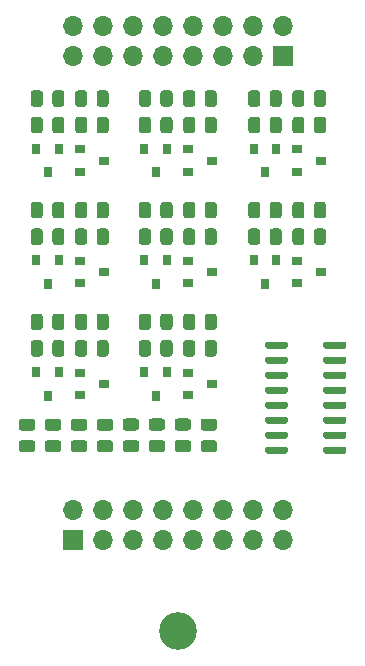
<source format=gts>
%TF.GenerationSoftware,KiCad,Pcbnew,(5.1.9)-1*%
%TF.CreationDate,2021-08-13T19:59:19+01:00*%
%TF.ProjectId,PullUpDown,50756c6c-5570-4446-9f77-6e2e6b696361,rev?*%
%TF.SameCoordinates,Original*%
%TF.FileFunction,Soldermask,Top*%
%TF.FilePolarity,Negative*%
%FSLAX46Y46*%
G04 Gerber Fmt 4.6, Leading zero omitted, Abs format (unit mm)*
G04 Created by KiCad (PCBNEW (5.1.9)-1) date 2021-08-13 19:59:19*
%MOMM*%
%LPD*%
G01*
G04 APERTURE LIST*
%ADD10C,3.200000*%
%ADD11R,1.700000X1.700000*%
%ADD12O,1.700000X1.700000*%
%ADD13R,0.800000X0.900000*%
%ADD14R,0.900000X0.800000*%
G04 APERTURE END LIST*
D10*
%TO.C,REF\u002A\u002A*%
X35000000Y-75500000D03*
%TD*%
D11*
%TO.C,J1*%
X26110000Y-67770000D03*
D12*
X26110000Y-65230000D03*
X28650000Y-67770000D03*
X28650000Y-65230000D03*
X31190000Y-67770000D03*
X31190000Y-65230000D03*
X33730000Y-67770000D03*
X33730000Y-65230000D03*
X36270000Y-67770000D03*
X36270000Y-65230000D03*
X38810000Y-67770000D03*
X38810000Y-65230000D03*
X41350000Y-67770000D03*
X41350000Y-65230000D03*
X43890000Y-67770000D03*
X43890000Y-65230000D03*
%TD*%
%TO.C,R38*%
G36*
G01*
X38106002Y-60349000D02*
X37205998Y-60349000D01*
G75*
G02*
X36956000Y-60099002I0J249998D01*
G01*
X36956000Y-59573998D01*
G75*
G02*
X37205998Y-59324000I249998J0D01*
G01*
X38106002Y-59324000D01*
G75*
G02*
X38356000Y-59573998I0J-249998D01*
G01*
X38356000Y-60099002D01*
G75*
G02*
X38106002Y-60349000I-249998J0D01*
G01*
G37*
G36*
G01*
X38106002Y-58524000D02*
X37205998Y-58524000D01*
G75*
G02*
X36956000Y-58274002I0J249998D01*
G01*
X36956000Y-57748998D01*
G75*
G02*
X37205998Y-57499000I249998J0D01*
G01*
X38106002Y-57499000D01*
G75*
G02*
X38356000Y-57748998I0J-249998D01*
G01*
X38356000Y-58274002D01*
G75*
G02*
X38106002Y-58524000I-249998J0D01*
G01*
G37*
%TD*%
%TO.C,R33*%
G36*
G01*
X35906002Y-60336500D02*
X35005998Y-60336500D01*
G75*
G02*
X34756000Y-60086502I0J249998D01*
G01*
X34756000Y-59561498D01*
G75*
G02*
X35005998Y-59311500I249998J0D01*
G01*
X35906002Y-59311500D01*
G75*
G02*
X36156000Y-59561498I0J-249998D01*
G01*
X36156000Y-60086502D01*
G75*
G02*
X35906002Y-60336500I-249998J0D01*
G01*
G37*
G36*
G01*
X35906002Y-58511500D02*
X35005998Y-58511500D01*
G75*
G02*
X34756000Y-58261502I0J249998D01*
G01*
X34756000Y-57736498D01*
G75*
G02*
X35005998Y-57486500I249998J0D01*
G01*
X35906002Y-57486500D01*
G75*
G02*
X36156000Y-57736498I0J-249998D01*
G01*
X36156000Y-58261502D01*
G75*
G02*
X35906002Y-58511500I-249998J0D01*
G01*
G37*
%TD*%
%TO.C,R28*%
G36*
G01*
X33706002Y-60336500D02*
X32805998Y-60336500D01*
G75*
G02*
X32556000Y-60086502I0J249998D01*
G01*
X32556000Y-59561498D01*
G75*
G02*
X32805998Y-59311500I249998J0D01*
G01*
X33706002Y-59311500D01*
G75*
G02*
X33956000Y-59561498I0J-249998D01*
G01*
X33956000Y-60086502D01*
G75*
G02*
X33706002Y-60336500I-249998J0D01*
G01*
G37*
G36*
G01*
X33706002Y-58511500D02*
X32805998Y-58511500D01*
G75*
G02*
X32556000Y-58261502I0J249998D01*
G01*
X32556000Y-57736498D01*
G75*
G02*
X32805998Y-57486500I249998J0D01*
G01*
X33706002Y-57486500D01*
G75*
G02*
X33956000Y-57736498I0J-249998D01*
G01*
X33956000Y-58261502D01*
G75*
G02*
X33706002Y-58511500I-249998J0D01*
G01*
G37*
%TD*%
%TO.C,R23*%
G36*
G01*
X31506002Y-60336500D02*
X30605998Y-60336500D01*
G75*
G02*
X30356000Y-60086502I0J249998D01*
G01*
X30356000Y-59561498D01*
G75*
G02*
X30605998Y-59311500I249998J0D01*
G01*
X31506002Y-59311500D01*
G75*
G02*
X31756000Y-59561498I0J-249998D01*
G01*
X31756000Y-60086502D01*
G75*
G02*
X31506002Y-60336500I-249998J0D01*
G01*
G37*
G36*
G01*
X31506002Y-58511500D02*
X30605998Y-58511500D01*
G75*
G02*
X30356000Y-58261502I0J249998D01*
G01*
X30356000Y-57736498D01*
G75*
G02*
X30605998Y-57486500I249998J0D01*
G01*
X31506002Y-57486500D01*
G75*
G02*
X31756000Y-57736498I0J-249998D01*
G01*
X31756000Y-58261502D01*
G75*
G02*
X31506002Y-58511500I-249998J0D01*
G01*
G37*
%TD*%
%TO.C,R18*%
G36*
G01*
X29306002Y-60361500D02*
X28405998Y-60361500D01*
G75*
G02*
X28156000Y-60111502I0J249998D01*
G01*
X28156000Y-59586498D01*
G75*
G02*
X28405998Y-59336500I249998J0D01*
G01*
X29306002Y-59336500D01*
G75*
G02*
X29556000Y-59586498I0J-249998D01*
G01*
X29556000Y-60111502D01*
G75*
G02*
X29306002Y-60361500I-249998J0D01*
G01*
G37*
G36*
G01*
X29306002Y-58536500D02*
X28405998Y-58536500D01*
G75*
G02*
X28156000Y-58286502I0J249998D01*
G01*
X28156000Y-57761498D01*
G75*
G02*
X28405998Y-57511500I249998J0D01*
G01*
X29306002Y-57511500D01*
G75*
G02*
X29556000Y-57761498I0J-249998D01*
G01*
X29556000Y-58286502D01*
G75*
G02*
X29306002Y-58536500I-249998J0D01*
G01*
G37*
%TD*%
%TO.C,R13*%
G36*
G01*
X27106002Y-60361500D02*
X26205998Y-60361500D01*
G75*
G02*
X25956000Y-60111502I0J249998D01*
G01*
X25956000Y-59586498D01*
G75*
G02*
X26205998Y-59336500I249998J0D01*
G01*
X27106002Y-59336500D01*
G75*
G02*
X27356000Y-59586498I0J-249998D01*
G01*
X27356000Y-60111502D01*
G75*
G02*
X27106002Y-60361500I-249998J0D01*
G01*
G37*
G36*
G01*
X27106002Y-58536500D02*
X26205998Y-58536500D01*
G75*
G02*
X25956000Y-58286502I0J249998D01*
G01*
X25956000Y-57761498D01*
G75*
G02*
X26205998Y-57511500I249998J0D01*
G01*
X27106002Y-57511500D01*
G75*
G02*
X27356000Y-57761498I0J-249998D01*
G01*
X27356000Y-58286502D01*
G75*
G02*
X27106002Y-58536500I-249998J0D01*
G01*
G37*
%TD*%
%TO.C,R8*%
G36*
G01*
X24906002Y-60361500D02*
X24005998Y-60361500D01*
G75*
G02*
X23756000Y-60111502I0J249998D01*
G01*
X23756000Y-59586498D01*
G75*
G02*
X24005998Y-59336500I249998J0D01*
G01*
X24906002Y-59336500D01*
G75*
G02*
X25156000Y-59586498I0J-249998D01*
G01*
X25156000Y-60111502D01*
G75*
G02*
X24906002Y-60361500I-249998J0D01*
G01*
G37*
G36*
G01*
X24906002Y-58536500D02*
X24005998Y-58536500D01*
G75*
G02*
X23756000Y-58286502I0J249998D01*
G01*
X23756000Y-57761498D01*
G75*
G02*
X24005998Y-57511500I249998J0D01*
G01*
X24906002Y-57511500D01*
G75*
G02*
X25156000Y-57761498I0J-249998D01*
G01*
X25156000Y-58286502D01*
G75*
G02*
X24906002Y-58536500I-249998J0D01*
G01*
G37*
%TD*%
%TO.C,R3*%
G36*
G01*
X22706002Y-60361500D02*
X21805998Y-60361500D01*
G75*
G02*
X21556000Y-60111502I0J249998D01*
G01*
X21556000Y-59586498D01*
G75*
G02*
X21805998Y-59336500I249998J0D01*
G01*
X22706002Y-59336500D01*
G75*
G02*
X22956000Y-59586498I0J-249998D01*
G01*
X22956000Y-60111502D01*
G75*
G02*
X22706002Y-60361500I-249998J0D01*
G01*
G37*
G36*
G01*
X22706002Y-58536500D02*
X21805998Y-58536500D01*
G75*
G02*
X21556000Y-58286502I0J249998D01*
G01*
X21556000Y-57761498D01*
G75*
G02*
X21805998Y-57511500I249998J0D01*
G01*
X22706002Y-57511500D01*
G75*
G02*
X22956000Y-57761498I0J-249998D01*
G01*
X22956000Y-58286502D01*
G75*
G02*
X22706002Y-58536500I-249998J0D01*
G01*
G37*
%TD*%
%TO.C,U1*%
G36*
G01*
X47356000Y-51429000D02*
X47356000Y-51129000D01*
G75*
G02*
X47506000Y-50979000I150000J0D01*
G01*
X49156000Y-50979000D01*
G75*
G02*
X49306000Y-51129000I0J-150000D01*
G01*
X49306000Y-51429000D01*
G75*
G02*
X49156000Y-51579000I-150000J0D01*
G01*
X47506000Y-51579000D01*
G75*
G02*
X47356000Y-51429000I0J150000D01*
G01*
G37*
G36*
G01*
X47356000Y-52699000D02*
X47356000Y-52399000D01*
G75*
G02*
X47506000Y-52249000I150000J0D01*
G01*
X49156000Y-52249000D01*
G75*
G02*
X49306000Y-52399000I0J-150000D01*
G01*
X49306000Y-52699000D01*
G75*
G02*
X49156000Y-52849000I-150000J0D01*
G01*
X47506000Y-52849000D01*
G75*
G02*
X47356000Y-52699000I0J150000D01*
G01*
G37*
G36*
G01*
X47356000Y-53969000D02*
X47356000Y-53669000D01*
G75*
G02*
X47506000Y-53519000I150000J0D01*
G01*
X49156000Y-53519000D01*
G75*
G02*
X49306000Y-53669000I0J-150000D01*
G01*
X49306000Y-53969000D01*
G75*
G02*
X49156000Y-54119000I-150000J0D01*
G01*
X47506000Y-54119000D01*
G75*
G02*
X47356000Y-53969000I0J150000D01*
G01*
G37*
G36*
G01*
X47356000Y-55239000D02*
X47356000Y-54939000D01*
G75*
G02*
X47506000Y-54789000I150000J0D01*
G01*
X49156000Y-54789000D01*
G75*
G02*
X49306000Y-54939000I0J-150000D01*
G01*
X49306000Y-55239000D01*
G75*
G02*
X49156000Y-55389000I-150000J0D01*
G01*
X47506000Y-55389000D01*
G75*
G02*
X47356000Y-55239000I0J150000D01*
G01*
G37*
G36*
G01*
X47356000Y-56509000D02*
X47356000Y-56209000D01*
G75*
G02*
X47506000Y-56059000I150000J0D01*
G01*
X49156000Y-56059000D01*
G75*
G02*
X49306000Y-56209000I0J-150000D01*
G01*
X49306000Y-56509000D01*
G75*
G02*
X49156000Y-56659000I-150000J0D01*
G01*
X47506000Y-56659000D01*
G75*
G02*
X47356000Y-56509000I0J150000D01*
G01*
G37*
G36*
G01*
X47356000Y-57779000D02*
X47356000Y-57479000D01*
G75*
G02*
X47506000Y-57329000I150000J0D01*
G01*
X49156000Y-57329000D01*
G75*
G02*
X49306000Y-57479000I0J-150000D01*
G01*
X49306000Y-57779000D01*
G75*
G02*
X49156000Y-57929000I-150000J0D01*
G01*
X47506000Y-57929000D01*
G75*
G02*
X47356000Y-57779000I0J150000D01*
G01*
G37*
G36*
G01*
X47356000Y-59049000D02*
X47356000Y-58749000D01*
G75*
G02*
X47506000Y-58599000I150000J0D01*
G01*
X49156000Y-58599000D01*
G75*
G02*
X49306000Y-58749000I0J-150000D01*
G01*
X49306000Y-59049000D01*
G75*
G02*
X49156000Y-59199000I-150000J0D01*
G01*
X47506000Y-59199000D01*
G75*
G02*
X47356000Y-59049000I0J150000D01*
G01*
G37*
G36*
G01*
X47356000Y-60319000D02*
X47356000Y-60019000D01*
G75*
G02*
X47506000Y-59869000I150000J0D01*
G01*
X49156000Y-59869000D01*
G75*
G02*
X49306000Y-60019000I0J-150000D01*
G01*
X49306000Y-60319000D01*
G75*
G02*
X49156000Y-60469000I-150000J0D01*
G01*
X47506000Y-60469000D01*
G75*
G02*
X47356000Y-60319000I0J150000D01*
G01*
G37*
G36*
G01*
X42406000Y-60319000D02*
X42406000Y-60019000D01*
G75*
G02*
X42556000Y-59869000I150000J0D01*
G01*
X44206000Y-59869000D01*
G75*
G02*
X44356000Y-60019000I0J-150000D01*
G01*
X44356000Y-60319000D01*
G75*
G02*
X44206000Y-60469000I-150000J0D01*
G01*
X42556000Y-60469000D01*
G75*
G02*
X42406000Y-60319000I0J150000D01*
G01*
G37*
G36*
G01*
X42406000Y-59049000D02*
X42406000Y-58749000D01*
G75*
G02*
X42556000Y-58599000I150000J0D01*
G01*
X44206000Y-58599000D01*
G75*
G02*
X44356000Y-58749000I0J-150000D01*
G01*
X44356000Y-59049000D01*
G75*
G02*
X44206000Y-59199000I-150000J0D01*
G01*
X42556000Y-59199000D01*
G75*
G02*
X42406000Y-59049000I0J150000D01*
G01*
G37*
G36*
G01*
X42406000Y-57779000D02*
X42406000Y-57479000D01*
G75*
G02*
X42556000Y-57329000I150000J0D01*
G01*
X44206000Y-57329000D01*
G75*
G02*
X44356000Y-57479000I0J-150000D01*
G01*
X44356000Y-57779000D01*
G75*
G02*
X44206000Y-57929000I-150000J0D01*
G01*
X42556000Y-57929000D01*
G75*
G02*
X42406000Y-57779000I0J150000D01*
G01*
G37*
G36*
G01*
X42406000Y-56509000D02*
X42406000Y-56209000D01*
G75*
G02*
X42556000Y-56059000I150000J0D01*
G01*
X44206000Y-56059000D01*
G75*
G02*
X44356000Y-56209000I0J-150000D01*
G01*
X44356000Y-56509000D01*
G75*
G02*
X44206000Y-56659000I-150000J0D01*
G01*
X42556000Y-56659000D01*
G75*
G02*
X42406000Y-56509000I0J150000D01*
G01*
G37*
G36*
G01*
X42406000Y-55239000D02*
X42406000Y-54939000D01*
G75*
G02*
X42556000Y-54789000I150000J0D01*
G01*
X44206000Y-54789000D01*
G75*
G02*
X44356000Y-54939000I0J-150000D01*
G01*
X44356000Y-55239000D01*
G75*
G02*
X44206000Y-55389000I-150000J0D01*
G01*
X42556000Y-55389000D01*
G75*
G02*
X42406000Y-55239000I0J150000D01*
G01*
G37*
G36*
G01*
X42406000Y-53969000D02*
X42406000Y-53669000D01*
G75*
G02*
X42556000Y-53519000I150000J0D01*
G01*
X44206000Y-53519000D01*
G75*
G02*
X44356000Y-53669000I0J-150000D01*
G01*
X44356000Y-53969000D01*
G75*
G02*
X44206000Y-54119000I-150000J0D01*
G01*
X42556000Y-54119000D01*
G75*
G02*
X42406000Y-53969000I0J150000D01*
G01*
G37*
G36*
G01*
X42406000Y-52699000D02*
X42406000Y-52399000D01*
G75*
G02*
X42556000Y-52249000I150000J0D01*
G01*
X44206000Y-52249000D01*
G75*
G02*
X44356000Y-52399000I0J-150000D01*
G01*
X44356000Y-52699000D01*
G75*
G02*
X44206000Y-52849000I-150000J0D01*
G01*
X42556000Y-52849000D01*
G75*
G02*
X42406000Y-52699000I0J150000D01*
G01*
G37*
G36*
G01*
X42406000Y-51429000D02*
X42406000Y-51129000D01*
G75*
G02*
X42556000Y-50979000I150000J0D01*
G01*
X44206000Y-50979000D01*
G75*
G02*
X44356000Y-51129000I0J-150000D01*
G01*
X44356000Y-51429000D01*
G75*
G02*
X44206000Y-51579000I-150000J0D01*
G01*
X42556000Y-51579000D01*
G75*
G02*
X42406000Y-51429000I0J150000D01*
G01*
G37*
%TD*%
%TO.C,R40*%
G36*
G01*
X42800000Y-42550002D02*
X42800000Y-41649998D01*
G75*
G02*
X43049998Y-41400000I249998J0D01*
G01*
X43575002Y-41400000D01*
G75*
G02*
X43825000Y-41649998I0J-249998D01*
G01*
X43825000Y-42550002D01*
G75*
G02*
X43575002Y-42800000I-249998J0D01*
G01*
X43049998Y-42800000D01*
G75*
G02*
X42800000Y-42550002I0J249998D01*
G01*
G37*
G36*
G01*
X40975000Y-42550002D02*
X40975000Y-41649998D01*
G75*
G02*
X41224998Y-41400000I249998J0D01*
G01*
X41750002Y-41400000D01*
G75*
G02*
X42000000Y-41649998I0J-249998D01*
G01*
X42000000Y-42550002D01*
G75*
G02*
X41750002Y-42800000I-249998J0D01*
G01*
X41224998Y-42800000D01*
G75*
G02*
X40975000Y-42550002I0J249998D01*
G01*
G37*
%TD*%
%TO.C,R39*%
G36*
G01*
X42800000Y-40300002D02*
X42800000Y-39399998D01*
G75*
G02*
X43049998Y-39150000I249998J0D01*
G01*
X43575002Y-39150000D01*
G75*
G02*
X43825000Y-39399998I0J-249998D01*
G01*
X43825000Y-40300002D01*
G75*
G02*
X43575002Y-40550000I-249998J0D01*
G01*
X43049998Y-40550000D01*
G75*
G02*
X42800000Y-40300002I0J249998D01*
G01*
G37*
G36*
G01*
X40975000Y-40300002D02*
X40975000Y-39399998D01*
G75*
G02*
X41224998Y-39150000I249998J0D01*
G01*
X41750002Y-39150000D01*
G75*
G02*
X42000000Y-39399998I0J-249998D01*
G01*
X42000000Y-40300002D01*
G75*
G02*
X41750002Y-40550000I-249998J0D01*
G01*
X41224998Y-40550000D01*
G75*
G02*
X40975000Y-40300002I0J249998D01*
G01*
G37*
%TD*%
%TO.C,R37*%
G36*
G01*
X46550000Y-42550002D02*
X46550000Y-41649998D01*
G75*
G02*
X46799998Y-41400000I249998J0D01*
G01*
X47325002Y-41400000D01*
G75*
G02*
X47575000Y-41649998I0J-249998D01*
G01*
X47575000Y-42550002D01*
G75*
G02*
X47325002Y-42800000I-249998J0D01*
G01*
X46799998Y-42800000D01*
G75*
G02*
X46550000Y-42550002I0J249998D01*
G01*
G37*
G36*
G01*
X44725000Y-42550002D02*
X44725000Y-41649998D01*
G75*
G02*
X44974998Y-41400000I249998J0D01*
G01*
X45500002Y-41400000D01*
G75*
G02*
X45750000Y-41649998I0J-249998D01*
G01*
X45750000Y-42550002D01*
G75*
G02*
X45500002Y-42800000I-249998J0D01*
G01*
X44974998Y-42800000D01*
G75*
G02*
X44725000Y-42550002I0J249998D01*
G01*
G37*
%TD*%
%TO.C,R36*%
G36*
G01*
X46550000Y-40300002D02*
X46550000Y-39399998D01*
G75*
G02*
X46799998Y-39150000I249998J0D01*
G01*
X47325002Y-39150000D01*
G75*
G02*
X47575000Y-39399998I0J-249998D01*
G01*
X47575000Y-40300002D01*
G75*
G02*
X47325002Y-40550000I-249998J0D01*
G01*
X46799998Y-40550000D01*
G75*
G02*
X46550000Y-40300002I0J249998D01*
G01*
G37*
G36*
G01*
X44725000Y-40300002D02*
X44725000Y-39399998D01*
G75*
G02*
X44974998Y-39150000I249998J0D01*
G01*
X45500002Y-39150000D01*
G75*
G02*
X45750000Y-39399998I0J-249998D01*
G01*
X45750000Y-40300002D01*
G75*
G02*
X45500002Y-40550000I-249998J0D01*
G01*
X44974998Y-40550000D01*
G75*
G02*
X44725000Y-40300002I0J249998D01*
G01*
G37*
%TD*%
%TO.C,R35*%
G36*
G01*
X42800000Y-33100002D02*
X42800000Y-32199998D01*
G75*
G02*
X43049998Y-31950000I249998J0D01*
G01*
X43575002Y-31950000D01*
G75*
G02*
X43825000Y-32199998I0J-249998D01*
G01*
X43825000Y-33100002D01*
G75*
G02*
X43575002Y-33350000I-249998J0D01*
G01*
X43049998Y-33350000D01*
G75*
G02*
X42800000Y-33100002I0J249998D01*
G01*
G37*
G36*
G01*
X40975000Y-33100002D02*
X40975000Y-32199998D01*
G75*
G02*
X41224998Y-31950000I249998J0D01*
G01*
X41750002Y-31950000D01*
G75*
G02*
X42000000Y-32199998I0J-249998D01*
G01*
X42000000Y-33100002D01*
G75*
G02*
X41750002Y-33350000I-249998J0D01*
G01*
X41224998Y-33350000D01*
G75*
G02*
X40975000Y-33100002I0J249998D01*
G01*
G37*
%TD*%
%TO.C,R34*%
G36*
G01*
X42800000Y-30850002D02*
X42800000Y-29949998D01*
G75*
G02*
X43049998Y-29700000I249998J0D01*
G01*
X43575002Y-29700000D01*
G75*
G02*
X43825000Y-29949998I0J-249998D01*
G01*
X43825000Y-30850002D01*
G75*
G02*
X43575002Y-31100000I-249998J0D01*
G01*
X43049998Y-31100000D01*
G75*
G02*
X42800000Y-30850002I0J249998D01*
G01*
G37*
G36*
G01*
X40975000Y-30850002D02*
X40975000Y-29949998D01*
G75*
G02*
X41224998Y-29700000I249998J0D01*
G01*
X41750002Y-29700000D01*
G75*
G02*
X42000000Y-29949998I0J-249998D01*
G01*
X42000000Y-30850002D01*
G75*
G02*
X41750002Y-31100000I-249998J0D01*
G01*
X41224998Y-31100000D01*
G75*
G02*
X40975000Y-30850002I0J249998D01*
G01*
G37*
%TD*%
%TO.C,R32*%
G36*
G01*
X46550000Y-33100002D02*
X46550000Y-32199998D01*
G75*
G02*
X46799998Y-31950000I249998J0D01*
G01*
X47325002Y-31950000D01*
G75*
G02*
X47575000Y-32199998I0J-249998D01*
G01*
X47575000Y-33100002D01*
G75*
G02*
X47325002Y-33350000I-249998J0D01*
G01*
X46799998Y-33350000D01*
G75*
G02*
X46550000Y-33100002I0J249998D01*
G01*
G37*
G36*
G01*
X44725000Y-33100002D02*
X44725000Y-32199998D01*
G75*
G02*
X44974998Y-31950000I249998J0D01*
G01*
X45500002Y-31950000D01*
G75*
G02*
X45750000Y-32199998I0J-249998D01*
G01*
X45750000Y-33100002D01*
G75*
G02*
X45500002Y-33350000I-249998J0D01*
G01*
X44974998Y-33350000D01*
G75*
G02*
X44725000Y-33100002I0J249998D01*
G01*
G37*
%TD*%
%TO.C,R31*%
G36*
G01*
X46550000Y-30850002D02*
X46550000Y-29949998D01*
G75*
G02*
X46799998Y-29700000I249998J0D01*
G01*
X47325002Y-29700000D01*
G75*
G02*
X47575000Y-29949998I0J-249998D01*
G01*
X47575000Y-30850002D01*
G75*
G02*
X47325002Y-31100000I-249998J0D01*
G01*
X46799998Y-31100000D01*
G75*
G02*
X46550000Y-30850002I0J249998D01*
G01*
G37*
G36*
G01*
X44725000Y-30850002D02*
X44725000Y-29949998D01*
G75*
G02*
X44974998Y-29700000I249998J0D01*
G01*
X45500002Y-29700000D01*
G75*
G02*
X45750000Y-29949998I0J-249998D01*
G01*
X45750000Y-30850002D01*
G75*
G02*
X45500002Y-31100000I-249998J0D01*
G01*
X44974998Y-31100000D01*
G75*
G02*
X44725000Y-30850002I0J249998D01*
G01*
G37*
%TD*%
%TO.C,R30*%
G36*
G01*
X33550000Y-52000002D02*
X33550000Y-51099998D01*
G75*
G02*
X33799998Y-50850000I249998J0D01*
G01*
X34325002Y-50850000D01*
G75*
G02*
X34575000Y-51099998I0J-249998D01*
G01*
X34575000Y-52000002D01*
G75*
G02*
X34325002Y-52250000I-249998J0D01*
G01*
X33799998Y-52250000D01*
G75*
G02*
X33550000Y-52000002I0J249998D01*
G01*
G37*
G36*
G01*
X31725000Y-52000002D02*
X31725000Y-51099998D01*
G75*
G02*
X31974998Y-50850000I249998J0D01*
G01*
X32500002Y-50850000D01*
G75*
G02*
X32750000Y-51099998I0J-249998D01*
G01*
X32750000Y-52000002D01*
G75*
G02*
X32500002Y-52250000I-249998J0D01*
G01*
X31974998Y-52250000D01*
G75*
G02*
X31725000Y-52000002I0J249998D01*
G01*
G37*
%TD*%
%TO.C,R29*%
G36*
G01*
X33550000Y-49750002D02*
X33550000Y-48849998D01*
G75*
G02*
X33799998Y-48600000I249998J0D01*
G01*
X34325002Y-48600000D01*
G75*
G02*
X34575000Y-48849998I0J-249998D01*
G01*
X34575000Y-49750002D01*
G75*
G02*
X34325002Y-50000000I-249998J0D01*
G01*
X33799998Y-50000000D01*
G75*
G02*
X33550000Y-49750002I0J249998D01*
G01*
G37*
G36*
G01*
X31725000Y-49750002D02*
X31725000Y-48849998D01*
G75*
G02*
X31974998Y-48600000I249998J0D01*
G01*
X32500002Y-48600000D01*
G75*
G02*
X32750000Y-48849998I0J-249998D01*
G01*
X32750000Y-49750002D01*
G75*
G02*
X32500002Y-50000000I-249998J0D01*
G01*
X31974998Y-50000000D01*
G75*
G02*
X31725000Y-49750002I0J249998D01*
G01*
G37*
%TD*%
%TO.C,R27*%
G36*
G01*
X37300000Y-52000002D02*
X37300000Y-51099998D01*
G75*
G02*
X37549998Y-50850000I249998J0D01*
G01*
X38075002Y-50850000D01*
G75*
G02*
X38325000Y-51099998I0J-249998D01*
G01*
X38325000Y-52000002D01*
G75*
G02*
X38075002Y-52250000I-249998J0D01*
G01*
X37549998Y-52250000D01*
G75*
G02*
X37300000Y-52000002I0J249998D01*
G01*
G37*
G36*
G01*
X35475000Y-52000002D02*
X35475000Y-51099998D01*
G75*
G02*
X35724998Y-50850000I249998J0D01*
G01*
X36250002Y-50850000D01*
G75*
G02*
X36500000Y-51099998I0J-249998D01*
G01*
X36500000Y-52000002D01*
G75*
G02*
X36250002Y-52250000I-249998J0D01*
G01*
X35724998Y-52250000D01*
G75*
G02*
X35475000Y-52000002I0J249998D01*
G01*
G37*
%TD*%
%TO.C,R26*%
G36*
G01*
X37300000Y-49750002D02*
X37300000Y-48849998D01*
G75*
G02*
X37549998Y-48600000I249998J0D01*
G01*
X38075002Y-48600000D01*
G75*
G02*
X38325000Y-48849998I0J-249998D01*
G01*
X38325000Y-49750002D01*
G75*
G02*
X38075002Y-50000000I-249998J0D01*
G01*
X37549998Y-50000000D01*
G75*
G02*
X37300000Y-49750002I0J249998D01*
G01*
G37*
G36*
G01*
X35475000Y-49750002D02*
X35475000Y-48849998D01*
G75*
G02*
X35724998Y-48600000I249998J0D01*
G01*
X36250002Y-48600000D01*
G75*
G02*
X36500000Y-48849998I0J-249998D01*
G01*
X36500000Y-49750002D01*
G75*
G02*
X36250002Y-50000000I-249998J0D01*
G01*
X35724998Y-50000000D01*
G75*
G02*
X35475000Y-49750002I0J249998D01*
G01*
G37*
%TD*%
%TO.C,R25*%
G36*
G01*
X33550000Y-42550002D02*
X33550000Y-41649998D01*
G75*
G02*
X33799998Y-41400000I249998J0D01*
G01*
X34325002Y-41400000D01*
G75*
G02*
X34575000Y-41649998I0J-249998D01*
G01*
X34575000Y-42550002D01*
G75*
G02*
X34325002Y-42800000I-249998J0D01*
G01*
X33799998Y-42800000D01*
G75*
G02*
X33550000Y-42550002I0J249998D01*
G01*
G37*
G36*
G01*
X31725000Y-42550002D02*
X31725000Y-41649998D01*
G75*
G02*
X31974998Y-41400000I249998J0D01*
G01*
X32500002Y-41400000D01*
G75*
G02*
X32750000Y-41649998I0J-249998D01*
G01*
X32750000Y-42550002D01*
G75*
G02*
X32500002Y-42800000I-249998J0D01*
G01*
X31974998Y-42800000D01*
G75*
G02*
X31725000Y-42550002I0J249998D01*
G01*
G37*
%TD*%
%TO.C,R24*%
G36*
G01*
X33550000Y-40300002D02*
X33550000Y-39399998D01*
G75*
G02*
X33799998Y-39150000I249998J0D01*
G01*
X34325002Y-39150000D01*
G75*
G02*
X34575000Y-39399998I0J-249998D01*
G01*
X34575000Y-40300002D01*
G75*
G02*
X34325002Y-40550000I-249998J0D01*
G01*
X33799998Y-40550000D01*
G75*
G02*
X33550000Y-40300002I0J249998D01*
G01*
G37*
G36*
G01*
X31725000Y-40300002D02*
X31725000Y-39399998D01*
G75*
G02*
X31974998Y-39150000I249998J0D01*
G01*
X32500002Y-39150000D01*
G75*
G02*
X32750000Y-39399998I0J-249998D01*
G01*
X32750000Y-40300002D01*
G75*
G02*
X32500002Y-40550000I-249998J0D01*
G01*
X31974998Y-40550000D01*
G75*
G02*
X31725000Y-40300002I0J249998D01*
G01*
G37*
%TD*%
%TO.C,R22*%
G36*
G01*
X37300000Y-42550002D02*
X37300000Y-41649998D01*
G75*
G02*
X37549998Y-41400000I249998J0D01*
G01*
X38075002Y-41400000D01*
G75*
G02*
X38325000Y-41649998I0J-249998D01*
G01*
X38325000Y-42550002D01*
G75*
G02*
X38075002Y-42800000I-249998J0D01*
G01*
X37549998Y-42800000D01*
G75*
G02*
X37300000Y-42550002I0J249998D01*
G01*
G37*
G36*
G01*
X35475000Y-42550002D02*
X35475000Y-41649998D01*
G75*
G02*
X35724998Y-41400000I249998J0D01*
G01*
X36250002Y-41400000D01*
G75*
G02*
X36500000Y-41649998I0J-249998D01*
G01*
X36500000Y-42550002D01*
G75*
G02*
X36250002Y-42800000I-249998J0D01*
G01*
X35724998Y-42800000D01*
G75*
G02*
X35475000Y-42550002I0J249998D01*
G01*
G37*
%TD*%
%TO.C,R21*%
G36*
G01*
X37300000Y-40300002D02*
X37300000Y-39399998D01*
G75*
G02*
X37549998Y-39150000I249998J0D01*
G01*
X38075002Y-39150000D01*
G75*
G02*
X38325000Y-39399998I0J-249998D01*
G01*
X38325000Y-40300002D01*
G75*
G02*
X38075002Y-40550000I-249998J0D01*
G01*
X37549998Y-40550000D01*
G75*
G02*
X37300000Y-40300002I0J249998D01*
G01*
G37*
G36*
G01*
X35475000Y-40300002D02*
X35475000Y-39399998D01*
G75*
G02*
X35724998Y-39150000I249998J0D01*
G01*
X36250002Y-39150000D01*
G75*
G02*
X36500000Y-39399998I0J-249998D01*
G01*
X36500000Y-40300002D01*
G75*
G02*
X36250002Y-40550000I-249998J0D01*
G01*
X35724998Y-40550000D01*
G75*
G02*
X35475000Y-40300002I0J249998D01*
G01*
G37*
%TD*%
%TO.C,R20*%
G36*
G01*
X33550000Y-33100002D02*
X33550000Y-32199998D01*
G75*
G02*
X33799998Y-31950000I249998J0D01*
G01*
X34325002Y-31950000D01*
G75*
G02*
X34575000Y-32199998I0J-249998D01*
G01*
X34575000Y-33100002D01*
G75*
G02*
X34325002Y-33350000I-249998J0D01*
G01*
X33799998Y-33350000D01*
G75*
G02*
X33550000Y-33100002I0J249998D01*
G01*
G37*
G36*
G01*
X31725000Y-33100002D02*
X31725000Y-32199998D01*
G75*
G02*
X31974998Y-31950000I249998J0D01*
G01*
X32500002Y-31950000D01*
G75*
G02*
X32750000Y-32199998I0J-249998D01*
G01*
X32750000Y-33100002D01*
G75*
G02*
X32500002Y-33350000I-249998J0D01*
G01*
X31974998Y-33350000D01*
G75*
G02*
X31725000Y-33100002I0J249998D01*
G01*
G37*
%TD*%
%TO.C,R19*%
G36*
G01*
X33550000Y-30850002D02*
X33550000Y-29949998D01*
G75*
G02*
X33799998Y-29700000I249998J0D01*
G01*
X34325002Y-29700000D01*
G75*
G02*
X34575000Y-29949998I0J-249998D01*
G01*
X34575000Y-30850002D01*
G75*
G02*
X34325002Y-31100000I-249998J0D01*
G01*
X33799998Y-31100000D01*
G75*
G02*
X33550000Y-30850002I0J249998D01*
G01*
G37*
G36*
G01*
X31725000Y-30850002D02*
X31725000Y-29949998D01*
G75*
G02*
X31974998Y-29700000I249998J0D01*
G01*
X32500002Y-29700000D01*
G75*
G02*
X32750000Y-29949998I0J-249998D01*
G01*
X32750000Y-30850002D01*
G75*
G02*
X32500002Y-31100000I-249998J0D01*
G01*
X31974998Y-31100000D01*
G75*
G02*
X31725000Y-30850002I0J249998D01*
G01*
G37*
%TD*%
%TO.C,R17*%
G36*
G01*
X37300000Y-33100002D02*
X37300000Y-32199998D01*
G75*
G02*
X37549998Y-31950000I249998J0D01*
G01*
X38075002Y-31950000D01*
G75*
G02*
X38325000Y-32199998I0J-249998D01*
G01*
X38325000Y-33100002D01*
G75*
G02*
X38075002Y-33350000I-249998J0D01*
G01*
X37549998Y-33350000D01*
G75*
G02*
X37300000Y-33100002I0J249998D01*
G01*
G37*
G36*
G01*
X35475000Y-33100002D02*
X35475000Y-32199998D01*
G75*
G02*
X35724998Y-31950000I249998J0D01*
G01*
X36250002Y-31950000D01*
G75*
G02*
X36500000Y-32199998I0J-249998D01*
G01*
X36500000Y-33100002D01*
G75*
G02*
X36250002Y-33350000I-249998J0D01*
G01*
X35724998Y-33350000D01*
G75*
G02*
X35475000Y-33100002I0J249998D01*
G01*
G37*
%TD*%
%TO.C,R16*%
G36*
G01*
X37300000Y-30850002D02*
X37300000Y-29949998D01*
G75*
G02*
X37549998Y-29700000I249998J0D01*
G01*
X38075002Y-29700000D01*
G75*
G02*
X38325000Y-29949998I0J-249998D01*
G01*
X38325000Y-30850002D01*
G75*
G02*
X38075002Y-31100000I-249998J0D01*
G01*
X37549998Y-31100000D01*
G75*
G02*
X37300000Y-30850002I0J249998D01*
G01*
G37*
G36*
G01*
X35475000Y-30850002D02*
X35475000Y-29949998D01*
G75*
G02*
X35724998Y-29700000I249998J0D01*
G01*
X36250002Y-29700000D01*
G75*
G02*
X36500000Y-29949998I0J-249998D01*
G01*
X36500000Y-30850002D01*
G75*
G02*
X36250002Y-31100000I-249998J0D01*
G01*
X35724998Y-31100000D01*
G75*
G02*
X35475000Y-30850002I0J249998D01*
G01*
G37*
%TD*%
%TO.C,R15*%
G36*
G01*
X24400000Y-52000002D02*
X24400000Y-51099998D01*
G75*
G02*
X24649998Y-50850000I249998J0D01*
G01*
X25175002Y-50850000D01*
G75*
G02*
X25425000Y-51099998I0J-249998D01*
G01*
X25425000Y-52000002D01*
G75*
G02*
X25175002Y-52250000I-249998J0D01*
G01*
X24649998Y-52250000D01*
G75*
G02*
X24400000Y-52000002I0J249998D01*
G01*
G37*
G36*
G01*
X22575000Y-52000002D02*
X22575000Y-51099998D01*
G75*
G02*
X22824998Y-50850000I249998J0D01*
G01*
X23350002Y-50850000D01*
G75*
G02*
X23600000Y-51099998I0J-249998D01*
G01*
X23600000Y-52000002D01*
G75*
G02*
X23350002Y-52250000I-249998J0D01*
G01*
X22824998Y-52250000D01*
G75*
G02*
X22575000Y-52000002I0J249998D01*
G01*
G37*
%TD*%
%TO.C,R14*%
G36*
G01*
X24400000Y-49750002D02*
X24400000Y-48849998D01*
G75*
G02*
X24649998Y-48600000I249998J0D01*
G01*
X25175002Y-48600000D01*
G75*
G02*
X25425000Y-48849998I0J-249998D01*
G01*
X25425000Y-49750002D01*
G75*
G02*
X25175002Y-50000000I-249998J0D01*
G01*
X24649998Y-50000000D01*
G75*
G02*
X24400000Y-49750002I0J249998D01*
G01*
G37*
G36*
G01*
X22575000Y-49750002D02*
X22575000Y-48849998D01*
G75*
G02*
X22824998Y-48600000I249998J0D01*
G01*
X23350002Y-48600000D01*
G75*
G02*
X23600000Y-48849998I0J-249998D01*
G01*
X23600000Y-49750002D01*
G75*
G02*
X23350002Y-50000000I-249998J0D01*
G01*
X22824998Y-50000000D01*
G75*
G02*
X22575000Y-49750002I0J249998D01*
G01*
G37*
%TD*%
%TO.C,R12*%
G36*
G01*
X28150000Y-52000002D02*
X28150000Y-51099998D01*
G75*
G02*
X28399998Y-50850000I249998J0D01*
G01*
X28925002Y-50850000D01*
G75*
G02*
X29175000Y-51099998I0J-249998D01*
G01*
X29175000Y-52000002D01*
G75*
G02*
X28925002Y-52250000I-249998J0D01*
G01*
X28399998Y-52250000D01*
G75*
G02*
X28150000Y-52000002I0J249998D01*
G01*
G37*
G36*
G01*
X26325000Y-52000002D02*
X26325000Y-51099998D01*
G75*
G02*
X26574998Y-50850000I249998J0D01*
G01*
X27100002Y-50850000D01*
G75*
G02*
X27350000Y-51099998I0J-249998D01*
G01*
X27350000Y-52000002D01*
G75*
G02*
X27100002Y-52250000I-249998J0D01*
G01*
X26574998Y-52250000D01*
G75*
G02*
X26325000Y-52000002I0J249998D01*
G01*
G37*
%TD*%
%TO.C,R11*%
G36*
G01*
X28150000Y-49750002D02*
X28150000Y-48849998D01*
G75*
G02*
X28399998Y-48600000I249998J0D01*
G01*
X28925002Y-48600000D01*
G75*
G02*
X29175000Y-48849998I0J-249998D01*
G01*
X29175000Y-49750002D01*
G75*
G02*
X28925002Y-50000000I-249998J0D01*
G01*
X28399998Y-50000000D01*
G75*
G02*
X28150000Y-49750002I0J249998D01*
G01*
G37*
G36*
G01*
X26325000Y-49750002D02*
X26325000Y-48849998D01*
G75*
G02*
X26574998Y-48600000I249998J0D01*
G01*
X27100002Y-48600000D01*
G75*
G02*
X27350000Y-48849998I0J-249998D01*
G01*
X27350000Y-49750002D01*
G75*
G02*
X27100002Y-50000000I-249998J0D01*
G01*
X26574998Y-50000000D01*
G75*
G02*
X26325000Y-49750002I0J249998D01*
G01*
G37*
%TD*%
%TO.C,R10*%
G36*
G01*
X24400000Y-42550002D02*
X24400000Y-41649998D01*
G75*
G02*
X24649998Y-41400000I249998J0D01*
G01*
X25175002Y-41400000D01*
G75*
G02*
X25425000Y-41649998I0J-249998D01*
G01*
X25425000Y-42550002D01*
G75*
G02*
X25175002Y-42800000I-249998J0D01*
G01*
X24649998Y-42800000D01*
G75*
G02*
X24400000Y-42550002I0J249998D01*
G01*
G37*
G36*
G01*
X22575000Y-42550002D02*
X22575000Y-41649998D01*
G75*
G02*
X22824998Y-41400000I249998J0D01*
G01*
X23350002Y-41400000D01*
G75*
G02*
X23600000Y-41649998I0J-249998D01*
G01*
X23600000Y-42550002D01*
G75*
G02*
X23350002Y-42800000I-249998J0D01*
G01*
X22824998Y-42800000D01*
G75*
G02*
X22575000Y-42550002I0J249998D01*
G01*
G37*
%TD*%
%TO.C,R9*%
G36*
G01*
X24400000Y-40300002D02*
X24400000Y-39399998D01*
G75*
G02*
X24649998Y-39150000I249998J0D01*
G01*
X25175002Y-39150000D01*
G75*
G02*
X25425000Y-39399998I0J-249998D01*
G01*
X25425000Y-40300002D01*
G75*
G02*
X25175002Y-40550000I-249998J0D01*
G01*
X24649998Y-40550000D01*
G75*
G02*
X24400000Y-40300002I0J249998D01*
G01*
G37*
G36*
G01*
X22575000Y-40300002D02*
X22575000Y-39399998D01*
G75*
G02*
X22824998Y-39150000I249998J0D01*
G01*
X23350002Y-39150000D01*
G75*
G02*
X23600000Y-39399998I0J-249998D01*
G01*
X23600000Y-40300002D01*
G75*
G02*
X23350002Y-40550000I-249998J0D01*
G01*
X22824998Y-40550000D01*
G75*
G02*
X22575000Y-40300002I0J249998D01*
G01*
G37*
%TD*%
%TO.C,R7*%
G36*
G01*
X28150000Y-42550002D02*
X28150000Y-41649998D01*
G75*
G02*
X28399998Y-41400000I249998J0D01*
G01*
X28925002Y-41400000D01*
G75*
G02*
X29175000Y-41649998I0J-249998D01*
G01*
X29175000Y-42550002D01*
G75*
G02*
X28925002Y-42800000I-249998J0D01*
G01*
X28399998Y-42800000D01*
G75*
G02*
X28150000Y-42550002I0J249998D01*
G01*
G37*
G36*
G01*
X26325000Y-42550002D02*
X26325000Y-41649998D01*
G75*
G02*
X26574998Y-41400000I249998J0D01*
G01*
X27100002Y-41400000D01*
G75*
G02*
X27350000Y-41649998I0J-249998D01*
G01*
X27350000Y-42550002D01*
G75*
G02*
X27100002Y-42800000I-249998J0D01*
G01*
X26574998Y-42800000D01*
G75*
G02*
X26325000Y-42550002I0J249998D01*
G01*
G37*
%TD*%
%TO.C,R6*%
G36*
G01*
X28150000Y-40300002D02*
X28150000Y-39399998D01*
G75*
G02*
X28399998Y-39150000I249998J0D01*
G01*
X28925002Y-39150000D01*
G75*
G02*
X29175000Y-39399998I0J-249998D01*
G01*
X29175000Y-40300002D01*
G75*
G02*
X28925002Y-40550000I-249998J0D01*
G01*
X28399998Y-40550000D01*
G75*
G02*
X28150000Y-40300002I0J249998D01*
G01*
G37*
G36*
G01*
X26325000Y-40300002D02*
X26325000Y-39399998D01*
G75*
G02*
X26574998Y-39150000I249998J0D01*
G01*
X27100002Y-39150000D01*
G75*
G02*
X27350000Y-39399998I0J-249998D01*
G01*
X27350000Y-40300002D01*
G75*
G02*
X27100002Y-40550000I-249998J0D01*
G01*
X26574998Y-40550000D01*
G75*
G02*
X26325000Y-40300002I0J249998D01*
G01*
G37*
%TD*%
D13*
%TO.C,Q16*%
X42400000Y-46100000D03*
X41450000Y-44100000D03*
X43350000Y-44100000D03*
%TD*%
D14*
%TO.C,Q15*%
X47150000Y-45100000D03*
X45150000Y-46050000D03*
X45150000Y-44150000D03*
%TD*%
D13*
%TO.C,Q14*%
X42400000Y-36650000D03*
X41450000Y-34650000D03*
X43350000Y-34650000D03*
%TD*%
D14*
%TO.C,Q13*%
X47150000Y-35650000D03*
X45150000Y-36600000D03*
X45150000Y-34700000D03*
%TD*%
D13*
%TO.C,Q12*%
X33150000Y-55550000D03*
X32200000Y-53550000D03*
X34100000Y-53550000D03*
%TD*%
D14*
%TO.C,Q11*%
X37900000Y-54550000D03*
X35900000Y-55500000D03*
X35900000Y-53600000D03*
%TD*%
D13*
%TO.C,Q10*%
X33150000Y-46100000D03*
X32200000Y-44100000D03*
X34100000Y-44100000D03*
%TD*%
D14*
%TO.C,Q9*%
X37900000Y-45100000D03*
X35900000Y-46050000D03*
X35900000Y-44150000D03*
%TD*%
D13*
%TO.C,Q8*%
X33150000Y-36650000D03*
X32200000Y-34650000D03*
X34100000Y-34650000D03*
%TD*%
D14*
%TO.C,Q7*%
X37900000Y-35650000D03*
X35900000Y-36600000D03*
X35900000Y-34700000D03*
%TD*%
D13*
%TO.C,Q6*%
X24000000Y-55550000D03*
X23050000Y-53550000D03*
X24950000Y-53550000D03*
%TD*%
D14*
%TO.C,Q5*%
X28750000Y-54550000D03*
X26750000Y-55500000D03*
X26750000Y-53600000D03*
%TD*%
D13*
%TO.C,Q4*%
X24000000Y-46100000D03*
X23050000Y-44100000D03*
X24950000Y-44100000D03*
%TD*%
D14*
%TO.C,Q3*%
X28750000Y-45100000D03*
X26750000Y-46050000D03*
X26750000Y-44150000D03*
%TD*%
%TO.C,R5*%
G36*
G01*
X24400000Y-33100002D02*
X24400000Y-32199998D01*
G75*
G02*
X24649998Y-31950000I249998J0D01*
G01*
X25175002Y-31950000D01*
G75*
G02*
X25425000Y-32199998I0J-249998D01*
G01*
X25425000Y-33100002D01*
G75*
G02*
X25175002Y-33350000I-249998J0D01*
G01*
X24649998Y-33350000D01*
G75*
G02*
X24400000Y-33100002I0J249998D01*
G01*
G37*
G36*
G01*
X22575000Y-33100002D02*
X22575000Y-32199998D01*
G75*
G02*
X22824998Y-31950000I249998J0D01*
G01*
X23350002Y-31950000D01*
G75*
G02*
X23600000Y-32199998I0J-249998D01*
G01*
X23600000Y-33100002D01*
G75*
G02*
X23350002Y-33350000I-249998J0D01*
G01*
X22824998Y-33350000D01*
G75*
G02*
X22575000Y-33100002I0J249998D01*
G01*
G37*
%TD*%
%TO.C,R4*%
G36*
G01*
X24400000Y-30850002D02*
X24400000Y-29949998D01*
G75*
G02*
X24649998Y-29700000I249998J0D01*
G01*
X25175002Y-29700000D01*
G75*
G02*
X25425000Y-29949998I0J-249998D01*
G01*
X25425000Y-30850002D01*
G75*
G02*
X25175002Y-31100000I-249998J0D01*
G01*
X24649998Y-31100000D01*
G75*
G02*
X24400000Y-30850002I0J249998D01*
G01*
G37*
G36*
G01*
X22575000Y-30850002D02*
X22575000Y-29949998D01*
G75*
G02*
X22824998Y-29700000I249998J0D01*
G01*
X23350002Y-29700000D01*
G75*
G02*
X23600000Y-29949998I0J-249998D01*
G01*
X23600000Y-30850002D01*
G75*
G02*
X23350002Y-31100000I-249998J0D01*
G01*
X22824998Y-31100000D01*
G75*
G02*
X22575000Y-30850002I0J249998D01*
G01*
G37*
%TD*%
%TO.C,R2*%
G36*
G01*
X28150000Y-33100002D02*
X28150000Y-32199998D01*
G75*
G02*
X28399998Y-31950000I249998J0D01*
G01*
X28925002Y-31950000D01*
G75*
G02*
X29175000Y-32199998I0J-249998D01*
G01*
X29175000Y-33100002D01*
G75*
G02*
X28925002Y-33350000I-249998J0D01*
G01*
X28399998Y-33350000D01*
G75*
G02*
X28150000Y-33100002I0J249998D01*
G01*
G37*
G36*
G01*
X26325000Y-33100002D02*
X26325000Y-32199998D01*
G75*
G02*
X26574998Y-31950000I249998J0D01*
G01*
X27100002Y-31950000D01*
G75*
G02*
X27350000Y-32199998I0J-249998D01*
G01*
X27350000Y-33100002D01*
G75*
G02*
X27100002Y-33350000I-249998J0D01*
G01*
X26574998Y-33350000D01*
G75*
G02*
X26325000Y-33100002I0J249998D01*
G01*
G37*
%TD*%
%TO.C,R1*%
G36*
G01*
X28150000Y-30850002D02*
X28150000Y-29949998D01*
G75*
G02*
X28399998Y-29700000I249998J0D01*
G01*
X28925002Y-29700000D01*
G75*
G02*
X29175000Y-29949998I0J-249998D01*
G01*
X29175000Y-30850002D01*
G75*
G02*
X28925002Y-31100000I-249998J0D01*
G01*
X28399998Y-31100000D01*
G75*
G02*
X28150000Y-30850002I0J249998D01*
G01*
G37*
G36*
G01*
X26325000Y-30850002D02*
X26325000Y-29949998D01*
G75*
G02*
X26574998Y-29700000I249998J0D01*
G01*
X27100002Y-29700000D01*
G75*
G02*
X27350000Y-29949998I0J-249998D01*
G01*
X27350000Y-30850002D01*
G75*
G02*
X27100002Y-31100000I-249998J0D01*
G01*
X26574998Y-31100000D01*
G75*
G02*
X26325000Y-30850002I0J249998D01*
G01*
G37*
%TD*%
D13*
%TO.C,Q2*%
X24000000Y-36650000D03*
X23050000Y-34650000D03*
X24950000Y-34650000D03*
%TD*%
D14*
%TO.C,Q1*%
X28750000Y-35650000D03*
X26750000Y-36600000D03*
X26750000Y-34700000D03*
%TD*%
D11*
%TO.C,J2*%
X43890000Y-26770000D03*
D12*
X43890000Y-24230000D03*
X41350000Y-26770000D03*
X41350000Y-24230000D03*
X38810000Y-26770000D03*
X38810000Y-24230000D03*
X36270000Y-26770000D03*
X36270000Y-24230000D03*
X33730000Y-26770000D03*
X33730000Y-24230000D03*
X31190000Y-26770000D03*
X31190000Y-24230000D03*
X28650000Y-26770000D03*
X28650000Y-24230000D03*
X26110000Y-26770000D03*
X26110000Y-24230000D03*
%TD*%
M02*

</source>
